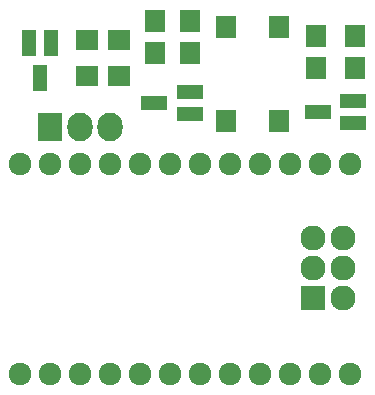
<source format=gts>
G04 #@! TF.FileFunction,Soldermask,Top*
%FSLAX46Y46*%
G04 Gerber Fmt 4.6, Leading zero omitted, Abs format (unit mm)*
G04 Created by KiCad (PCBNEW 4.0.1-3.201512221402+6198~38~ubuntu14.04.1-stable) date Sun 07 Feb 2016 23:01:24 GMT*
%MOMM*%
G01*
G04 APERTURE LIST*
%ADD10C,0.100000*%
%ADD11R,2.127200X2.432000*%
%ADD12O,2.127200X2.432000*%
%ADD13R,2.200860X1.200100*%
%ADD14R,1.200100X2.200860*%
%ADD15R,1.700000X1.950000*%
%ADD16C,1.924000*%
%ADD17R,1.700000X1.900000*%
%ADD18R,1.900000X1.700000*%
%ADD19R,2.127200X2.127200*%
%ADD20O,2.127200X2.127200*%
G04 APERTURE END LIST*
D10*
D11*
X164465000Y-121920000D03*
D12*
X167005000Y-121920000D03*
X169545000Y-121920000D03*
D13*
X190096140Y-121600000D03*
X190096140Y-119700000D03*
X187093860Y-120650000D03*
X176253140Y-120838000D03*
X176253140Y-118938000D03*
X173250860Y-119888000D03*
D14*
X164526000Y-114830860D03*
X162626000Y-114830860D03*
X163576000Y-117833140D03*
D15*
X179360000Y-113500000D03*
X183860000Y-113500000D03*
X183860000Y-121450000D03*
X179360000Y-121450000D03*
D16*
X164465000Y-125095000D03*
X161925000Y-125095000D03*
X167005000Y-125095000D03*
X174625000Y-125095000D03*
X169545000Y-125095000D03*
X172085000Y-125095000D03*
X187325000Y-125095000D03*
X184785000Y-125095000D03*
X189865000Y-125095000D03*
X182245000Y-125095000D03*
X177165000Y-125095000D03*
X179705000Y-125095000D03*
X179705000Y-142875000D03*
X177165000Y-142875000D03*
X182245000Y-142875000D03*
X189865000Y-142875000D03*
X184785000Y-142875000D03*
X187325000Y-142875000D03*
X172085000Y-142875000D03*
X169545000Y-142875000D03*
X174625000Y-142875000D03*
X167005000Y-142875000D03*
X161925000Y-142875000D03*
X164465000Y-142875000D03*
D17*
X173355000Y-115650000D03*
X173355000Y-112950000D03*
X176276000Y-115650000D03*
X176276000Y-112950000D03*
X186944000Y-116920000D03*
X186944000Y-114220000D03*
X190246000Y-116920000D03*
X190246000Y-114220000D03*
D18*
X167560000Y-117602000D03*
X170260000Y-117602000D03*
X167560000Y-114554000D03*
X170260000Y-114554000D03*
D19*
X186690000Y-136398000D03*
D20*
X189230000Y-136398000D03*
X186690000Y-133858000D03*
X189230000Y-133858000D03*
X186690000Y-131318000D03*
X189230000Y-131318000D03*
M02*

</source>
